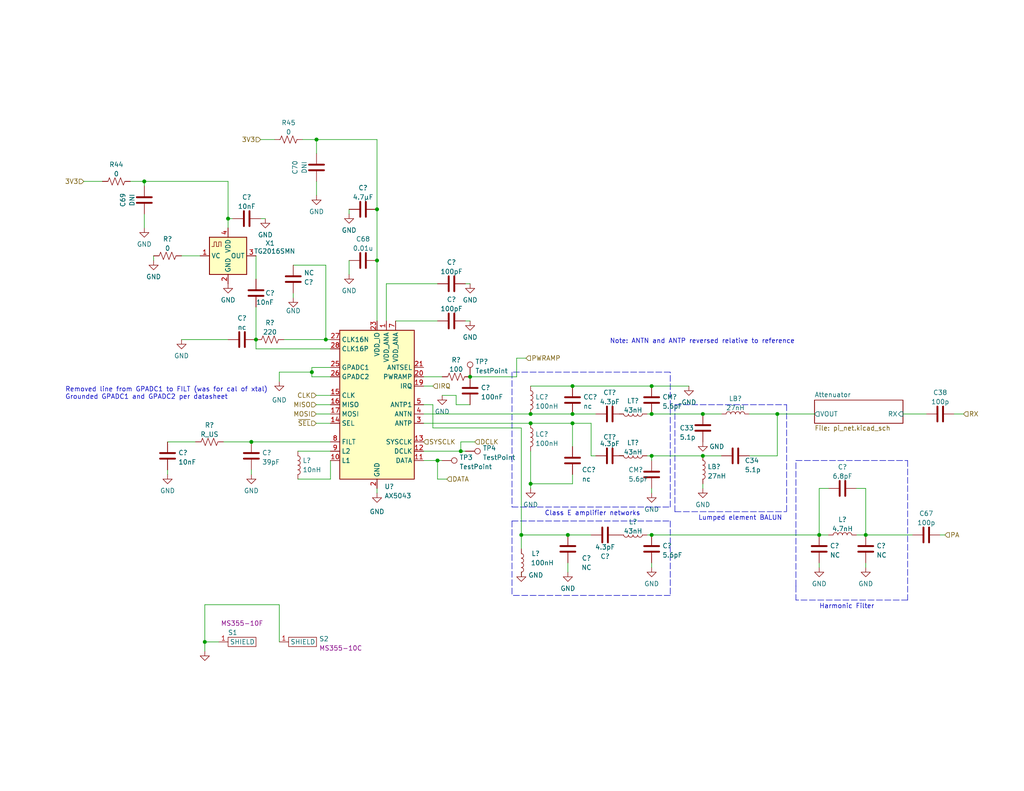
<source format=kicad_sch>
(kicad_sch (version 20211123) (generator eeschema)
  (paper "USLetter")
  (title_block (title "Clone of AX5043 433 MHz Dev Board") (date "2022-06-20") (company "SilverSat Ltd.") (comment 1 "ToDo: Replace test points with header connections"))
  (junction (at 156.21 105.41))
  (junction (at 128.27 102.87))
  (junction (at 102.87 71.12))
  (junction (at 177.8 105.41))
  (junction (at 144.78 115.57))
  (junction (at 212.09 113.03))
  (junction (at 144.78 113.03))
  (junction (at 86.36 38.1))
  (junction (at 236.22 146.05))
  (junction (at 156.21 113.03))
  (junction (at 177.8 124.46))
  (junction (at 39.37 49.53))
  (junction (at 144.78 132.08))
  (junction (at 55.88 175.26))
  (junction (at 177.8 146.05))
  (junction (at 191.77 113.03))
  (junction (at 69.85 92.71))
  (junction (at 177.8 113.03))
  (junction (at 68.58 120.65))
  (junction (at 102.87 57.15))
  (junction (at 156.21 115.57))
  (junction (at 85.09 101.6))
  (junction (at 88.9 92.71))
  (junction (at 119.38 125.73))
  (junction (at 191.77 124.46))
  (junction (at 62.23 59.69))
  (junction (at 223.52 146.05))
  (junction (at 154.94 146.05))
  (junction (at 142.24 146.05))
  (junction (at 125.73 123.19))
  (wire (pts (xy 176.53 124.46) (xy 177.8 124.46)))
  (wire (pts (xy 49.53 69.85) (xy 54.61 69.85)))
  (wire (pts (xy 86.36 49.53) (xy 86.36 53.34)))
  (wire (pts (xy 80.01 81.28) (xy 80.01 80.01)))
  (wire (pts (xy 223.52 154.94) (xy 223.52 153.67)))
  (wire (pts (xy 191.77 113.03) (xy 196.85 113.03)))
  (polyline (pts (xy 214.63 110.49) (xy 214.63 139.7)))
  (polyline (pts (xy 247.65 125.73) (xy 247.65 163.83)))
  (wire (pts (xy 71.12 38.1) (xy 74.93 38.1)))
  (wire (pts (xy 144.78 113.03) (xy 156.21 113.03)))
  (wire (pts (xy 45.72 120.65) (xy 53.34 120.65)))
  (wire (pts (xy 90.17 130.81) (xy 81.28 130.81)))
  (wire (pts (xy 60.96 120.65) (xy 68.58 120.65)))
  (polyline (pts (xy 217.17 160.02) (xy 217.17 163.83)))
  (wire (pts (xy 76.2 101.6) (xy 85.09 101.6)))
  (wire (pts (xy 236.22 146.05) (xy 236.22 133.35)))
  (polyline (pts (xy 182.88 162.56) (xy 139.7 162.56)))
  (wire (pts (xy 154.94 146.05) (xy 142.24 146.05)))
  (wire (pts (xy 88.9 72.39) (xy 88.9 92.71)))
  (wire (pts (xy 177.8 125.73) (xy 177.8 124.46)))
  (polyline (pts (xy 182.88 138.43) (xy 182.88 101.6)))
  (wire (pts (xy 176.53 146.05) (xy 177.8 146.05)))
  (wire (pts (xy 95.25 71.12) (xy 95.25 74.93)))
  (wire (pts (xy 204.47 113.03) (xy 212.09 113.03)))
  (wire (pts (xy 154.94 156.21) (xy 154.94 153.67)))
  (wire (pts (xy 118.11 116.84) (xy 142.24 116.84)))
  (wire (pts (xy 156.21 129.54) (xy 156.21 132.08)))
  (polyline (pts (xy 184.15 139.7) (xy 184.15 110.49)))
  (wire (pts (xy 62.23 59.69) (xy 63.5 59.69)))
  (wire (pts (xy 22.86 49.53) (xy 27.94 49.53)))
  (wire (pts (xy 115.57 102.87) (xy 120.65 102.87)))
  (wire (pts (xy 177.8 113.03) (xy 191.77 113.03)))
  (wire (pts (xy 62.23 59.69) (xy 62.23 62.23)))
  (polyline (pts (xy 184.15 139.7) (xy 214.63 139.7)))
  (wire (pts (xy 68.58 120.65) (xy 90.17 120.65)))
  (wire (pts (xy 161.29 115.57) (xy 161.29 124.46)))
  (wire (pts (xy 86.2886 115.57) (xy 90.17 115.57)))
  (wire (pts (xy 236.22 154.94) (xy 236.22 153.67)))
  (wire (pts (xy 128.27 110.49) (xy 124.46 110.49)))
  (wire (pts (xy 55.88 175.26) (xy 59.69 175.26)))
  (wire (pts (xy 115.57 113.03) (xy 144.78 113.03)))
  (wire (pts (xy 115.57 115.57) (xy 144.78 115.57)))
  (wire (pts (xy 86.36 38.1) (xy 86.36 41.91)))
  (wire (pts (xy 156.21 105.41) (xy 177.8 105.41)))
  (wire (pts (xy 86.2886 113.03) (xy 90.17 113.03)))
  (wire (pts (xy 55.88 165.1) (xy 55.88 175.26)))
  (wire (pts (xy 39.37 58.42) (xy 39.37 62.23)))
  (wire (pts (xy 177.8 146.05) (xy 223.52 146.05)))
  (wire (pts (xy 177.8 105.41) (xy 187.96 105.41)))
  (polyline (pts (xy 247.65 163.83) (xy 217.17 163.83)))
  (wire (pts (xy 143.51 97.79) (xy 140.97 97.79)))
  (wire (pts (xy 144.78 105.41) (xy 156.21 105.41)))
  (wire (pts (xy 212.09 124.46) (xy 204.47 124.46)))
  (wire (pts (xy 102.87 38.1) (xy 86.36 38.1)))
  (wire (pts (xy 102.87 134.62) (xy 102.87 133.35)))
  (wire (pts (xy 144.78 132.08) (xy 144.78 133.35)))
  (wire (pts (xy 144.78 115.57) (xy 156.21 115.57)))
  (wire (pts (xy 142.24 156.21) (xy 142.24 157.48)))
  (wire (pts (xy 72.39 59.69) (xy 71.12 59.69)))
  (wire (pts (xy 80.01 72.39) (xy 88.9 72.39)))
  (wire (pts (xy 168.91 124.46) (xy 170.18 124.46)))
  (wire (pts (xy 102.87 38.1) (xy 102.87 57.15)))
  (polyline (pts (xy 139.7 138.43) (xy 182.88 138.43)))
  (wire (pts (xy 124.46 110.49) (xy 124.46 107.95)))
  (wire (pts (xy 191.77 132.08) (xy 191.77 133.35)))
  (wire (pts (xy 77.47 92.71) (xy 88.9 92.71)))
  (wire (pts (xy 76.2 175.26) (xy 76.2 165.1)))
  (wire (pts (xy 121.92 130.81) (xy 119.38 130.81)))
  (wire (pts (xy 119.38 77.47) (xy 105.41 77.47)))
  (wire (pts (xy 102.87 71.12) (xy 102.87 87.63)))
  (wire (pts (xy 156.21 115.57) (xy 161.29 115.57)))
  (wire (pts (xy 85.09 101.6) (xy 85.09 102.87)))
  (wire (pts (xy 223.52 133.35) (xy 226.06 133.35)))
  (polyline (pts (xy 139.7 142.24) (xy 139.7 162.56)))
  (wire (pts (xy 144.78 123.19) (xy 144.78 132.08)))
  (wire (pts (xy 107.95 87.63) (xy 119.38 87.63)))
  (polyline (pts (xy 217.17 160.02) (xy 217.17 125.73)))
  (wire (pts (xy 246.38 113.03) (xy 252.73 113.03)))
  (wire (pts (xy 128.27 87.63) (xy 127 87.63)))
  (wire (pts (xy 142.24 116.84) (xy 142.24 146.05)))
  (wire (pts (xy 144.78 132.08) (xy 156.21 132.08)))
  (wire (pts (xy 95.25 58.42) (xy 95.25 57.15)))
  (wire (pts (xy 118.11 105.41) (xy 115.57 105.41)))
  (wire (pts (xy 226.06 146.05) (xy 223.52 146.05)))
  (wire (pts (xy 119.38 125.73) (xy 115.57 125.73)))
  (wire (pts (xy 76.2 104.14) (xy 76.2 101.6)))
  (wire (pts (xy 102.87 57.15) (xy 102.87 71.12)))
  (wire (pts (xy 177.8 134.62) (xy 177.8 133.35)))
  (wire (pts (xy 90.17 100.33) (xy 85.09 100.33)))
  (wire (pts (xy 69.85 95.25) (xy 90.17 95.25)))
  (wire (pts (xy 86.2886 110.49) (xy 90.17 110.49)))
  (wire (pts (xy 118.11 110.49) (xy 115.57 110.49)))
  (wire (pts (xy 142.24 149.86) (xy 142.24 146.05)))
  (wire (pts (xy 45.72 129.54) (xy 45.72 128.27)))
  (wire (pts (xy 120.65 125.73) (xy 119.38 125.73)))
  (wire (pts (xy 161.29 124.46) (xy 162.56 124.46)))
  (polyline (pts (xy 182.88 142.24) (xy 182.88 162.56)))
  (wire (pts (xy 212.09 113.03) (xy 222.25 113.03)))
  (wire (pts (xy 212.09 113.03) (xy 212.09 124.46)))
  (wire (pts (xy 105.41 77.47) (xy 105.41 87.63)))
  (polyline (pts (xy 139.7 101.6) (xy 139.7 138.43)))
  (wire (pts (xy 177.8 124.46) (xy 191.77 124.46)))
  (wire (pts (xy 88.9 92.71) (xy 90.17 92.71)))
  (wire (pts (xy 81.28 123.19) (xy 90.17 123.19)))
  (wire (pts (xy 118.11 116.84) (xy 118.11 110.49)))
  (wire (pts (xy 191.77 124.46) (xy 196.85 124.46)))
  (wire (pts (xy 140.97 102.87) (xy 128.27 102.87)))
  (wire (pts (xy 127 123.19) (xy 125.73 123.19)))
  (polyline (pts (xy 217.17 125.73) (xy 247.65 125.73)))
  (wire (pts (xy 119.38 130.81) (xy 119.38 125.73)))
  (polyline (pts (xy 184.15 110.49) (xy 214.63 110.49)))
  (wire (pts (xy 69.85 69.85) (xy 69.85 76.2)))
  (wire (pts (xy 62.23 49.53) (xy 62.23 59.69)))
  (wire (pts (xy 62.23 49.53) (xy 39.37 49.53)))
  (wire (pts (xy 41.91 71.12) (xy 41.91 69.85)))
  (wire (pts (xy 256.54 146.05) (xy 257.81 146.05)))
  (wire (pts (xy 129.54 120.65) (xy 125.73 120.65)))
  (wire (pts (xy 223.52 133.35) (xy 223.52 146.05)))
  (wire (pts (xy 39.37 50.8) (xy 39.37 49.53)))
  (wire (pts (xy 177.8 113.03) (xy 176.53 113.03)))
  (wire (pts (xy 156.21 113.03) (xy 162.56 113.03)))
  (wire (pts (xy 125.73 123.19) (xy 115.57 123.19)))
  (wire (pts (xy 236.22 146.05) (xy 233.68 146.05)))
  (wire (pts (xy 86.2886 107.95) (xy 90.17 107.95)))
  (wire (pts (xy 76.2 165.1) (xy 55.88 165.1)))
  (wire (pts (xy 85.09 102.87) (xy 90.17 102.87)))
  (wire (pts (xy 140.97 97.79) (xy 140.97 102.87)))
  (wire (pts (xy 49.53 92.71) (xy 62.23 92.71)))
  (wire (pts (xy 68.58 129.54) (xy 68.58 128.27)))
  (polyline (pts (xy 182.88 101.6) (xy 139.7 101.6)))
  (wire (pts (xy 69.85 92.71) (xy 69.85 95.25)))
  (wire (pts (xy 156.21 121.92) (xy 156.21 115.57)))
  (wire (pts (xy 154.94 146.05) (xy 161.29 146.05)))
  (wire (pts (xy 177.8 154.94) (xy 177.8 153.67)))
  (wire (pts (xy 168.91 113.03) (xy 170.18 113.03)))
  (wire (pts (xy 125.73 120.65) (xy 125.73 123.19)))
  (wire (pts (xy 39.37 49.53) (xy 35.56 49.53)))
  (wire (pts (xy 90.17 125.73) (xy 90.17 130.81)))
  (wire (pts (xy 55.88 177.8) (xy 55.88 175.26)))
  (wire (pts (xy 260.35 113.03) (xy 262.89 113.03)))
  (wire (pts (xy 128.27 77.47) (xy 127 77.47)))
  (wire (pts (xy 236.22 133.35) (xy 233.68 133.35)))
  (wire (pts (xy 124.46 107.95) (xy 120.65 107.95)))
  (wire (pts (xy 236.22 146.05) (xy 248.92 146.05)))
  (polyline (pts (xy 139.7 142.24) (xy 182.88 142.24)))
  (wire (pts (xy 85.09 100.33) (xy 85.09 101.6)))
  (wire (pts (xy 69.85 83.82) (xy 69.85 92.71)))
  (wire (pts (xy 86.36 38.1) (xy 82.55 38.1)))
  (text "Note: ANTN and ANTP reversed relative to reference\n" (at 166.37 93.98 0) (effects (font (size 1.27 1.27)) (justify left bottom)))
  (text "Removed line from GPADC1 to FILT (was for cal of xtal)\nGrounded GPADC1 and GPADC2 per datasheet" (at 17.78 109.22 0) (effects (font (size 1.27 1.27)) (justify left bottom)))
  (text "Harmonic Filter" (at 223.52 166.37 0) (effects (font (size 1.27 1.27)) (justify left bottom)))
  (text "Class E amplifier networks\n" (at 148.59 140.97 0) (effects (font (size 1.27 1.27)) (justify left bottom)))
  (text "Lumped element BALUN" (at 190.5 142.24 0) (effects (font (size 1.27 1.27)) (justify left bottom)))
  (hierarchical_label "CLK" (shape input) (at 86.2886 107.95 180))
  (hierarchical_label "3V3" (shape input) (at 71.12 38.1 180))
  (hierarchical_label "MOSI" (shape input) (at 86.2886 113.03 180))
  (hierarchical_label "IRQ" (shape input) (at 118.11 105.41 0))
  (hierarchical_label "MISO" (shape input) (at 86.2886 110.49 180))
  (hierarchical_label "DCLK" (shape input) (at 129.54 120.65 0))
  (hierarchical_label "PA" (shape input) (at 257.81 146.05 0))
  (hierarchical_label "3V3" (shape input) (at 22.86 49.53 180))
  (hierarchical_label "SYSCLK" (shape input) (at 115.57 120.65 0))
  (hierarchical_label "DATA" (shape input) (at 121.92 130.81 0))
  (hierarchical_label "RX" (shape input) (at 262.89 113.03 0))
  (hierarchical_label "PWRAMP" (shape input) (at 143.51 97.79 0))
  (hierarchical_label "~{SEL}" (shape input) (at 86.2886 115.57 180))
  (symbol (lib_id "Device:C") (at 236.22 149.86 0) (unit 1)
    (property "Reference" "C?" (at 239.141 149.0253 0) (effects (justify left)))
    (property "Value" "NC" (at 239.141 151.5622 0) (effects (justify left)))
    (property "Footprint" "Capacitor_SMD:C_0402_1005Metric" (effects hide))
  )
  (symbol (lib_id "power:GND") (at 102.87 134.62 0) (unit 1)
    (property "Reference" "#PWR?" (effects hide))
    (property "Value" "GND" (at 102.87 139.7 0))
  )
  (symbol (lib_id "Device:C") (at 123.19 77.47 90) (unit 1)
    (property "Reference" "C?" (at 123.19 71.6112 90))
    (property "Value" "100pF" (at 123.19 74.1481 90))
    (property "Footprint" "Capacitor_SMD:C_0603_1608Metric" (effects hide))
    (property "Datasheet" "${KIPRJMOD}/Datasheets/KyoceraAVX_AutoMLCC.pdf" (effects hide))
    (property "Description" "Multilayer Ceramic Capacitors MLCC - SMD/SMT 100V 100pF C0G 0603 1% AEC-Q200 (Mouser Product Page)" (effects hide))
    (property "Height" "0.9" (effects hide))
    (property "MPN" "06031A101F4T2A " (effects hide))
    (property "Manufacturer" "AVX" (effects hide))
    (property "Mouser Part Number" "581-06031A101F4T2A " (effects hide))
    (property "Mouser Price/Stock" "https://www.mouser.com/ProductDetail/Kyocera-AVX/06031A101F4T2A?qs=xLQ2B4dN2oYQ2lAiFQlq2w%3D%3D" (effects hide))
  )
  (symbol (lib_id "Device:C") (at 156.21 125.73 0) (unit 1)
    (property "Reference" "CC?" (at 158.75 128.27 0) (effects (justify left)))
    (property "Value" "nc" (at 158.75 130.81 0) (effects (justify left)))
    (property "Footprint" "Capacitor_SMD:C_0402_1005Metric" (effects hide))
  )
  (symbol (lib_id "Device:L") (at 229.87 146.05 90) (unit 1)
    (property "Reference" "L?" (at 229.87 141.8422 90))
    (property "Value" "4.7nH" (at 229.87 144.3791 90))
    (property "Footprint" "Inductor_SMD:L_0402_1005Metric" (effects hide))
    (property "Datasheet" "${KIPRJMOD}/Datasheets/0402dc-1669948.pdf" (effects hide))
    (property "Description" "AEC-Q200 Ceramic Inductor, Unshielded" (effects hide))
    (property "Height" "0.65" (effects hide))
    (property "MPN" "0402DC-4N7XGRW" (effects hide))
    (property "Manufacturer" "Coilcraft" (effects hide))
    (property "Manufacturer_Part_Number" "0402DC-4N7XGRW" (effects hide))
    (property "Mouser Part Number" "994-0402DC-4N7XGRW" (effects hide))
    (property "Mouser Price/Stock" "https://www.mouser.com/ProductDetail/Coilcraft/0402DC-4N7XGRW?qs=wnTfsH77Xs66A3ZheOdpJw%3D%3D" (effects hide))
    (property "Part_Number" "0402DC-4N7XGRW" (effects hide))
    (property "Manufacturer_Name" "Coilcraft" (effects hide))
  )
  (symbol (lib_id "Device:C") (at 39.37 54.61 180) (unit 1)
    (property "Reference" "C69" (at 33.5112 54.61 90))
    (property "Value" "DNI" (at 36.0481 54.61 90))
    (property "Footprint" "Capacitor_SMD:C_0402_1005Metric" (effects hide))
  )
  (symbol (lib_id "Device:C") (at 165.1 146.05 90) (mirror x) (unit 1)
    (property "Reference" "C?" (at 165.1 151.9088 90))
    (property "Value" "4.3pF" (at 165.1 149.3719 90))
    (property "Footprint" "Capacitor_SMD:C_0402_1005Metric" (effects hide))
    (property "Datasheet" "${KIPRJMOD}/Datasheets/KyoceraAVX_AutoMLCC.pdf" (effects hide))
    (property "Height" "0.6" (effects hide))
    (property "MPN" "04023A4R7B4T2A" (effects hide))
    (property "Manufacturer" "AVX" (effects hide))
    (property "Manufacturer_Name" "AVX" (effects hide))
    (property "Manufacturer_Part_Number" "04023A4R7B4T2A" (effects hide))
    (property "Mouser Part Number" "581-04023A4R7B4T2A" (effects hide))
    (property "Mouser Price/Stock" "https://www.mouser.com/c/?q=04023A4R7B4T2A" (effects hide))
    (property "Part_Number" "04023A4R7B4T2A" (effects hide))
    (property "Description" "0402 4.3pF MLCC" (effects hide))
  )
  (symbol (lib_id "Device:C") (at 166.37 113.03 90) (unit 1)
    (property "Reference" "CT?" (at 166.37 107.1712 90))
    (property "Value" "4.3pF" (at 166.37 109.7081 90))
    (property "Footprint" "Capacitor_SMD:C_0402_1005Metric" (effects hide))
    (property "Datasheet" "${KIPRJMOD}/Datasheets/KyoceraAVX_AutoMLCC.pdf" (effects hide))
    (property "Height" "0.6" (effects hide))
    (property "MPN" "04023A4R7B4T2A" (effects hide))
    (property "Manufacturer" "AVX" (effects hide))
    (property "Manufacturer_Name" "AVX" (effects hide))
    (property "Manufacturer_Part_Number" "04023A4R7B4T2A" (effects hide))
    (property "Mouser Part Number" "581-04023A4R7B4T2A" (effects hide))
    (property "Mouser Price/Stock" "https://www.mouser.com/c/?q=04023A4R7B4T2A" (effects hide))
    (property "Part_Number" "04023A4R7B4T2A" (effects hide))
    (property "Description" "0402 4.3pF MLCC" (effects hide))
  )
  (symbol (lib_id "Device:C") (at 99.06 57.15 90) (unit 1)
    (property "Reference" "C?" (at 99.06 51.2912 90))
    (property "Value" "4.7µF" (at 99.06 53.8281 90))
    (property "Footprint" "Capacitor_SMD:C_1210_3225Metric" (effects hide))
    (property "Datasheet" "${KIPRJMOD}/Datasheets/KyoceraAVX_AutoMLCC.pdf" (effects hide))
    (property "Description" "1206 4.7uF MLCC" (effects hide))
    (property "Height" "1.78" (effects hide))
    (property "MPN" "12065C475K4Z2A" (effects hide))
    (property "Manufacturer" "AVX" (effects hide))
    (property "Manufacturer_Name" "AVX" (effects hide))
    (property "Manufacturer_Part_Number" "12065C475K4Z2A" (effects hide))
    (property "Mouser Part Number" "581-12065C475K4Z2A" (effects hide))
    (property "Mouser Price/Stock" "https://www.mouser.com/ProductDetail/Kyocera-AVX/12065C475K4Z2A?qs=AQlKX63v8RvvrmQFAjsYkg%3D%3D" (effects hide))
    (property "Part_Number" "12065C475K4Z2A" (effects hide))
  )
  (symbol (lib_id "power:GND") (at 95.25 58.42 0) (unit 1)
    (property "Reference" "#PWR?" (effects hide))
    (property "Value" "GND" (at 95.25 62.8634 0))
  )
  (symbol (lib_id "power:GND") (at 128.27 87.63 0) (unit 1)
    (property "Reference" "#PWR?" (effects hide))
    (property "Value" "GND" (at 128.27 92.0734 0))
  )
  (symbol (lib_id "Device:L") (at 144.78 109.22 0) (unit 1)
    (property "Reference" "LC?" (at 146.05 108.3853 0) (effects (justify left)))
    (property "Value" "100nH" (at 146.05 110.9222 0) (effects (justify left)))
    (property "Footprint" "Inductor_SMD:L_0402_1005Metric" (effects hide))
    (property "Datasheet" "${KIPRJMOD}/Datasheets/0402dc-1669948.pdf" (effects hide))
    (property "Description" "AEC-Q200 Ceramic Inductor, Unshielded" (effects hide))
    (property "Manufacturer" "Coilcraft" (effects hide))
    (property "Height" "0.65" (effects hide))
    (property "MPN" "0402DC-R10XJRW" (effects hide))
    (property "Manufacturer_Part_Number" "0402DC-R10XJRW" (effects hide))
    (property "Mouser Part Number" "994-0402DC-R10XJRW" (effects hide))
    (property "Mouser Price/Stock" "https://www.mouser.com/ProductDetail/Coilcraft/0402DC-R10XJRW?qs=wnTfsH77Xs6mHLPbAeR6mA%3D%3D" (effects hide))
    (property "Part_Number" "0402DC-R10XJRW" (effects hide))
    (property "Manufacturer_Name" "Coilcraft" (effects hide))
  )
  (symbol (lib_id "Device:C") (at 154.94 149.86 0) (mirror x) (unit 1)
    (property "Reference" "C?" (at 160.02 152.4 0))
    (property "Value" "NC" (at 160.02 154.94 0))
    (property "Footprint" "Capacitor_SMD:C_0402_1005Metric" (effects hide))
  )
  (symbol (lib_id "power:GND") (at 95.25 74.93 0) (unit 1)
    (property "Reference" "#PWR026" (effects hide))
    (property "Value" "GND" (at 95.25 79.3734 0))
  )
  (symbol (lib_id "power:GND") (at 86.36 53.34 0) (unit 1)
    (property "Reference" "#PWR087" (effects hide))
    (property "Value" "GND" (at 86.36 57.7834 0))
  )
  (symbol (lib_id "Device:C") (at 256.54 113.03 90) (unit 1)
    (property "Reference" "C38" (at 256.54 107.1712 90))
    (property "Value" "100p" (at 256.54 109.7081 90))
    (property "Footprint" "Capacitor_SMD:C_0402_1005Metric" (effects hide))
    (property "Datasheet" "${KIPRJMOD}/Datasheets/KyoceraAVX_AutoMLCC.pdf" (effects hide))
    (property "Description" "0402 100pF MLCC" (effects hide))
    (property "Height" "0.59" (effects hide))
    (property "MPN" "04025A101K4T2A " (effects hide))
    (property "Manufacturer" "AVX" (effects hide))
    (property "Mouser Part Number" "581-04025A101K4T2A " (effects hide))
    (property "Mouser Price/Stock" "https://www.mouser.com/ProductDetail/Kyocera-AVX/04025A101K4T2A?qs=ljCeji4nMDk15kPHO8PnaQ%3D%3D" (effects hide))
  )
  (symbol (lib_id "power:GND") (at 128.27 77.47 0) (unit 1)
    (property "Reference" "#PWR?" (effects hide))
    (property "Value" "GND" (at 128.27 81.9134 0))
  )
  (symbol (lib_id "Device:C") (at 67.31 59.69 90) (unit 1)
    (property "Reference" "C?" (at 67.31 53.8312 90))
    (property "Value" "10nF" (at 67.31 56.3681 90))
    (property "Footprint" "Capacitor_SMD:C_0603_1608Metric" (effects hide))
    (property "Datasheet" "https://spicat.kyocera-avx.com/product/mlcc/chartview/06033C103J4Z2A/DataSheet/X7R" (effects hide))
    (property "Height" "0.9" (effects hide))
    (property "Manufacturer" "AVX" (effects hide))
    (property "Manufacturer_Name" "AVX" (effects hide))
    (property "Manufacturer_Part_Number" "06033C103J4Z2A" (effects hide))
    (property "Mouser Part Number" "581-06033C103J4Z2A" (effects hide))
    (property "Mouser Price/Stock" "https://www.mouser.com/ProductDetail/Kyocera-AVX/06033C103J4Z2A?qs=XLNwXgtzMM8W%2F92Bo5r3rg%3D%3D" (effects hide))
    (property "Part_Number" "06033C103J4Z2A" (effects hide))
    (property "Description" "1×10¹nF (0.01µF) ±5% X7R 25V C" (effects hide))
    (property "MPN" "06033C103J4Z2A" (effects hide))
  )
  (symbol (lib_id "Device:C") (at 128.27 106.68 0) (unit 1)
    (property "Reference" "C?" (at 131.191 105.8453 0) (effects (justify left)))
    (property "Value" "100nF" (at 131.191 108.3822 0) (effects (justify left)))
    (property "Footprint" "Capacitor_SMD:C_0603_1608Metric" (effects hide))
    (property "Datasheet" "${KIPRJMOD}/Datasheets/KyoceraAVX_AutoMLCC.pdf" (effects hide))
    (property "MPN" "06031C104K4Z2A" (effects hide))
    (property "Manufacturer" "AVX" (effects hide))
  )
  (symbol (lib_id "power:GND") (at 177.8 134.62 0) (unit 1)
    (property "Reference" "#PWR?" (effects hide))
    (property "Value" "GND" (at 177.8 139.0634 0))
  )
  (symbol (lib_id "Device:C") (at 66.04 92.71 90) (unit 1)
    (property "Reference" "C?" (at 66.04 86.8512 90))
    (property "Value" "nc" (at 66.04 89.3881 90))
    (property "Footprint" "Capacitor_SMD:C_0402_1005Metric" (effects hide))
  )
  (symbol (lib_id "power:GND") (at 154.94 156.21 0) (mirror y) (unit 1)
    (property "Reference" "#PWR?" (effects hide))
    (property "Value" "GND" (at 154.94 160.6534 0))
  )
  (symbol (lib_id "Device:R_US") (at 78.74 38.1 90) (unit 1)
    (property "Reference" "R45" (at 78.74 33.5112 90))
    (property "Value" "0" (at 78.74 36.0481 90))
    (property "Footprint" "Resistor_SMD:R_0402_1005Metric" (effects hide))
    (property "Datasheet" "ERJ-H2G0R00X" (effects hide))
    (property "Manufacturer" "Panasonic" (effects hide))
    (property "Manufacturer_Name" "Panasonic" (effects hide))
    (property "Description" "“Thick Film Resistors - SMD 0402 0Ohm AEC-Q200” (Mouser Electronics “ERJ-H2G0R00X”. 2022. https://www.mouser.com/ProductDetail/Panasonic/ERJ-H2G0R00X?qs=eP2BKZSCXI6wQjFmf3rUSA%3D%3D. Accessed 20 June 2022)" (effects hide))
    (property "Height" "0.35" (effects hide))
    (property "MPN" "ERJ-H2G0R00X" (effects hide))
    (property "Mouser Part Number" "667-ERJ-H2G0R00X" (effects hide))
    (property "Mouser Price/Stock" "https://www.mouser.com/ProductDetail/Panasonic/ERJ-H2G0R00X?qs=eP2BKZSCXI6wQjFmf3rUSA%3D%3D" (effects hide))
  )
  (symbol (lib_id "power:GND") (at 76.2 104.14 0) (unit 1)
    (property "Reference" "#PWR049" (effects hide))
    (property "Value" "GND" (at 76.2 109.22 0))
  )
  (symbol (lib_id "Device:L") (at 200.66 113.03 90) (unit 1)
    (property "Reference" "LB?" (at 200.66 108.8222 90))
    (property "Value" "27nH" (at 200.66 111.3591 90))
    (property "Footprint" "Inductor_SMD:L_0402_1005Metric" (effects hide))
    (property "Datasheet" "${KIPRJMOD}/Datasheets/0402dc-1669948.pdf" (effects hide))
    (property "Description" "AEC-Q200 Ceramic Inductor, Unshielded" (effects hide))
    (property "Manufacturer" "Coilcraft" (effects hide))
    (property "Height" "0.65" (effects hide))
    (property "MPN" "0402DC-27NXGRW" (effects hide))
    (property "Manufacturer_Part_Number" "0402DC-27NXGRW" (effects hide))
    (property "Mouser Part Number" "994-0402DC-27NXGRW" (effects hide))
    (property "Mouser Price/Stock" "https://www.mouser.com/ProductDetail/Coilcraft/0402DC-27NXGRW?qs=wnTfsH77Xs5T9zdEtpuFtQ%3D%3D" (effects hide))
    (property "Part_Number" "0402DC-27NXGRW" (effects hide))
    (property "Manufacturer_Name" "Coilcraft" (effects hide))
  )
  (symbol (lib_id "Device:C") (at 177.8 129.54 0) (unit 1)
    (property "Reference" "CM?" (at 171.45 128.2731 0) (effects (justify left)))
    (property "Value" "5.6pF" (at 171.45 130.81 0) (effects (justify left)))
    (property "Footprint" "Capacitor_SMD:C_0402_1005Metric" (effects hide))
    (property "Datasheet" "https://www.mouser.com/datasheet/2/40/AutoU_Series-777072.pdf" (effects hide))
    (property "Description" "0402 5.6pF MLCC" (effects hide))
    (property "Height" "0.6" (effects hide))
    (property "MPN" "04025U5R6B4T2A" (effects hide))
    (property "Manufacturer" "AVX" (effects hide))
    (property "Manufacturer_Name" "AVX" (effects hide))
    (property "Manufacturer_Part_Number" "04025U5R6B4T2A" (effects hide))
    (property "Mouser Part Number" "581-04025U5R6B4T2A" (effects hide))
    (property "Mouser Price/Stock" "https://www.mouser.com/ProductDetail/Kyocera-AVX/04025U5R6B4T2A?qs=FWJVCb1SvGPWkU%252BzPw1lTA%3D%3D" (effects hide))
    (property "Part_Number" "04025U5R6B4T2A" (effects hide))
  )
  (symbol (lib_id "SilverSat_symbols:TG2016SMN") (at 62.23 69.85 0) (unit 1)
    (property "Reference" "X1" (at 73.6849 66.3916 0))
    (property "Value" "TG2016SMN" (at 74.93 68.58 0))
    (property "Footprint" "Crystal:Crystal_SMD_2016-4Pin_2.0x1.6mm" (effects hide))
    (property "Datasheet" "${KIPRJMOD}/Datasheets/TG2016SMN_en-2584166.pdf" (effects hide))
    (property "Description" "48 MHz Automotive Rated TCXO" (effects hide))
    (property "Height" "0.73" (effects hide))
    (property "MPN" "TG2016SMN 48.0000M-ECGNNM0" (effects hide))
    (property "Manufacturer" "Seiko Epson Corporation" (effects hide))
    (property "Manufacturer_Name" "Seiko Epson Corporation" (effects hide))
    (property "Manufacturer_Part_Number" "TG2016SMN 48.0000M-ECGNNM0" (effects hide))
    (property "Mouser_Part_Number" "732-2016SMN48ECGNNM0" (effects hide))
    (property "Mouser Price/Stock" "https://www.mouser.com/ProductDetail/Epson-Timing/TG2016SMN-48.0000M-ECGNNM0?qs=4qgZ1GHix0VObPtGKCgbDg%3D%3D" (effects hide))
    (property "Part_Number" "TG2016SMN" (effects hide))
  )
  (symbol (lib_id "power:GND") (at 39.37 62.23 0) (unit 1)
    (property "Reference" "#PWR039" (effects hide))
    (property "Value" "GND" (at 39.37 66.6734 0))
  )
  (symbol (lib_id "Device:C") (at 99.06 71.12 90) (unit 1)
    (property "Reference" "C68" (at 99.06 65.2612 90))
    (property "Value" "0.01u" (at 99.06 67.7981 90))
    (property "Footprint" "Capacitor_SMD:C_0603_1608Metric" (effects hide))
    (property "Datasheet" "https://spicat.kyocera-avx.com/product/mlcc/chartview/06033C103J4Z2A/DataSheet/X7R" (effects hide))
    (property "Height" "0.9" (effects hide))
    (property "Manufacturer" "AVX" (effects hide))
    (property "Manufacturer_Name" "AVX" (effects hide))
    (property "Manufacturer_Part_Number" "06033C103J4Z2A" (effects hide))
    (property "Mouser Part Number" "581-06033C103J4Z2A" (effects hide))
    (property "Mouser Price/Stock" "https://www.mouser.com/ProductDetail/Kyocera-AVX/06033C103J4Z2A?qs=XLNwXgtzMM8W%2F92Bo5r3rg%3D%3D" (effects hide))
    (property "Part_Number" "06033C103J4Z2A" (effects hide))
    (property "Description" "1×10¹nF (0.01µF) ±5% X7R 25V C" (effects hide))
    (property "MPN" "06033C103J4Z2A" (effects hide))
  )
  (symbol (lib_id "power:GND") (at 120.65 107.95 0) (unit 1)
    (property "Reference" "#PWR?" (effects hide))
    (property "Value" "GND" (at 120.65 112.3934 0))
  )
  (symbol (lib_id "Connector:TestPoint") (at 128.27 102.87 0) (unit 1)
    (property "Reference" "TP?" (at 129.667 98.7333 0) (effects (justify left)))
    (property "Value" "TestPoint" (at 129.667 101.2702 0) (effects (justify left)))
    (property "Footprint" "TestPoint:TestPoint_Pad_D1.0mm" (effects hide))
  )
  (symbol (lib_id "Connector:TestPoint") (at 127 123.19 270) (unit 1)
    (property "Reference" "TP4" (at 131.699 122.3553 90) (effects (justify left)))
    (property "Value" "TestPoint" (at 131.699 124.8922 90) (effects (justify left)))
    (property "Footprint" "TestPoint:TestPoint_Pad_D1.0mm" (effects hide))
  )
  (symbol (lib_id "power:GND") (at 187.96 105.41 0) (mirror y) (unit 1)
    (property "Reference" "#PWR?" (effects hide))
    (property "Value" "GND" (at 187.96 109.8534 0))
  )
  (symbol (lib_id "Silversat:MS353-10C_Masach_Shield") (at 59.69 175.26 0) (unit 1)
    (property "Reference" "S1" (at 63.5 172.72 0))
    (property "Value" "MS353-10C_Masach_Shield" (effects hide))
    (property "Footprint" "kicad_library:MS355-10_Masach_Shield" (effects hide))
    (property "Datasheet" "https://www.masach.com/media/catalog/product/file/MS355-10.pdf" (effects hide))
    (property "MPN" "MS355-10F" (at 66.04 170.18 0))
    (property "Manufacturer" "Masach" (effects hide))
  )
  (symbol (lib_id "power:GND") (at 41.91 71.12 0) (unit 1)
    (property "Reference" "#PWR?" (effects hide))
    (property "Value" "GND" (at 41.91 75.5634 0))
  )
  (symbol (lib_id "Device:C") (at 191.77 116.84 0) (unit 1)
    (property "Reference" "C33" (at 185.42 116.8431 0) (effects (justify left)))
    (property "Value" "5.1p" (at 185.42 119.38 0) (effects (justify left)))
    (property "Footprint" "Capacitor_SMD:C_0402_1005Metric" (effects hide))
    (property "Datasheet" "https://www.mouser.com/datasheet/2/281/GCQ1555C1H5R1WB01_01-1969870.pdf" (effects hide))
    (property "Description" "0402 5.1pF MLCC" (effects hide))
    (property "Height" "0.5" (effects hide))
    (property "MPN" "GCQ1555C1H5R1WB01D" (effects hide))
    (property "Manufacturer" "Murata" (effects hide))
    (property "Manufacturer_Name" "Murata" (effects hide))
    (property "Manufacturer_Part_Number" "GCQ1555C1H5R1WB01D" (effects hide))
    (property "Mouser Part Number" "81-GCQ1555C1H5R1WB01D" (effects hide))
    (property "Mouser Price/Stock" "https://www.mouser.com/ProductDetail/Murata-Electronics/GCQ1555C1H5R1WB01D?qs=sGAEpiMZZMvsSlwiRhF8qtsBU8Zhqm2Rh20zBV%252Bxh0YeCG7clqrA%252BQ%3D%3D" (effects hide))
    (property "Part_Number" "GCQ1555C1H5R1WB01D" (effects hide))
  )
  (symbol (lib_id "Device:C") (at 156.21 109.22 0) (unit 1)
    (property "Reference" "CC?" (at 159.131 108.3853 0) (effects (justify left)))
    (property "Value" "nc" (at 159.131 110.9222 0) (effects (justify left)))
    (property "Footprint" "Capacitor_SMD:C_0402_1005Metric" (effects hide))
  )
  (symbol (lib_id "power:GND") (at 142.24 156.21 0) (mirror y) (unit 1)
    (property "Reference" "#PWR?" (effects hide))
    (property "Value" "GND" (at 144.145 157.0462 0) (effects (justify right)))
  )
  (symbol (lib_id "power:GND") (at 55.88 177.8 0) (unit 1)
    (property "Reference" "#PWR0112" (effects hide))
    (property "Value" "GND" (effects hide))
  )
  (symbol (lib_id "power:GND") (at 191.77 120.65 0) (mirror y) (unit 1)
    (property "Reference" "#PWR063" (effects hide))
    (property "Value" "GND" (at 195.58 121.92 0))
  )
  (symbol (lib_id "Device:L") (at 172.72 124.46 90) (mirror x) (unit 1)
    (property "Reference" "LT?" (at 172.72 120.8872 90))
    (property "Value" "43nH" (at 172.72 123.4241 90))
    (property "Footprint" "Inductor_SMD:L_0402_1005Metric" (effects hide))
    (property "Datasheet" "${KIPRJMOD}/Datasheets/0402dc-1669948.pdf" (effects hide))
    (property "Description" "AEC-Q200 Ceramic Inductor, Unshielded" (effects hide))
    (property "Height" "0.65" (effects hide))
    (property "MPN" "0402DC-43NXGRW" (effects hide))
    (property "Manufacturer" "Coilcraft" (effects hide))
    (property "Manufacturer_Part_Number" "0402DC-43NXGRW" (effects hide))
    (property "Mouser Part Number" "994-0402DC-43NXGRW" (effects hide))
    (property "Mouser Price/Stock" "https://www.mouser.com/ProductDetail/Coilcraft/0402DC-43NXGRW?qs=wnTfsH77Xs7M75vWDYiAOQ%3D%3D" (effects hide))
    (property "Part_Number" "0402DC-43NXGRW" (effects hide))
    (property "Manufacturer_Name" "Coilcraft" (effects hide))
  )
  (symbol (lib_id "Device:C") (at 86.36 45.72 180) (unit 1)
    (property "Reference" "C70" (at 80.5012 45.72 90))
    (property "Value" "DNI" (at 83.0381 45.72 90))
    (property "Footprint" "Capacitor_SMD:C_0402_1005Metric" (effects hide))
  )
  (symbol (lib_id "power:GND") (at 80.01 81.28 0) (mirror y) (unit 1)
    (property "Reference" "#PWR?" (effects hide))
    (property "Value" "GND" (at 80.01 84.8558 0))
  )
  (symbol (lib_id "Device:R_US") (at 124.46 102.87 90) (unit 1)
    (property "Reference" "R?" (at 124.46 98.2812 90))
    (property "Value" "100" (at 124.46 100.8181 90))
    (property "Footprint" "Resistor_SMD:R_0603_1608Metric" (effects hide))
    (property "Datasheet" "https://industrial.panasonic.com/cdbs/www-data/pdf/RDA0000/AOA0000C304.pdf" (effects hide))
    (property "Manufacturer" "Panasonic" (effects hide))
    (property "Description" "100Ω 0603 AEC Resistor" (effects hide))
    (property "MPN" "ERJ-H3ED1000V" (effects hide))
    (property "Manufacturer_Part_Number" "ERJ-H3ED1000V" (effects hide))
    (property "Mouser Part Number" "667-ERJ-H3ED1000V" (effects hide))
    (property "Mouser Price/Stock" "https://www.mouser.com/ProductDetail/Panasonic/ERJ-H3ED1000V?qs=eP2BKZSCXI5T0uC4b1bbuA%3D%3D" (effects hide))
    (property "Part_Number" "ERJ-H3ED1000V" (effects hide))
    (property "Height" "0.45" (effects hide))
    (property "Manufacturer_Name" "Panasonic" (effects hide))
  )
  (symbol (lib_id "power:GND") (at 191.77 133.35 0) (mirror y) (unit 1)
    (property "Reference" "#PWR064" (effects hide))
    (property "Value" "GND" (at 191.77 137.7934 0))
  )
  (symbol (lib_id "Device:R_US") (at 31.75 49.53 90) (unit 1)
    (property "Reference" "R44" (at 31.75 44.9412 90))
    (property "Value" "0" (at 31.75 47.4781 90))
    (property "Footprint" "Resistor_SMD:R_0402_1005Metric" (effects hide))
    (property "Datasheet" "ERJ-H2G0R00X" (effects hide))
    (property "Manufacturer" "Panasonic" (effects hide))
    (property "Manufacturer_Name" "Panasonic" (effects hide))
    (property "Description" "“Thick Film Resistors - SMD 0402 0Ohm AEC-Q200” (Mouser Electronics “ERJ-H2G0R00X”. 2022. https://www.mouser.com/ProductDetail/Panasonic/ERJ-H2G0R00X?qs=eP2BKZSCXI6wQjFmf3rUSA%3D%3D. Accessed 20 June 2022)" (effects hide))
    (property "Height" "0.35" (effects hide))
    (property "MPN" "ERJ-H2G0R00X" (effects hide))
    (property "Mouser Part Number" "667-ERJ-H2G0R00X" (effects hide))
    (property "Mouser Price/Stock" "https://www.mouser.com/ProductDetail/Panasonic/ERJ-H2G0R00X?qs=eP2BKZSCXI6wQjFmf3rUSA%3D%3D" (effects hide))
  )
  (symbol (lib_id "Device:C") (at 123.19 87.63 90) (unit 1)
    (property "Reference" "C?" (at 123.19 81.7712 90))
    (property "Value" "100pF" (at 123.19 84.3081 90))
    (property "Footprint" "Capacitor_SMD:C_0603_1608Metric" (effects hide))
    (property "Datasheet" "${KIPRJMOD}/Datasheets/KyoceraAVX_AutoMLCC.pdf" (effects hide))
    (property "Description" "Multilayer Ceramic Capacitors MLCC - SMD/SMT 100V 100pF C0G 0603 1% AEC-Q200 (Mouser Product Page)" (effects hide))
    (property "Height" "0.9" (effects hide))
    (property "MPN" "06031A101F4T2A " (effects hide))
    (property "Manufacturer" "AVX" (effects hide))
    (property "Manufacturer_Name" "AVX" (effects hide))
    (property "Manufacturer_Part_Number" "06031A101F4T2A" (effects hide))
    (property "Mouser Part Number" "581-06031A101F4T2A " (effects hide))
    (property "Mouser Price/Stock" "https://www.mouser.com/ProductDetail/Kyocera-AVX/06031A101F4T2A?qs=xLQ2B4dN2oYQ2lAiFQlq2w%3D%3D" (effects hide))
    (property "Part_Number" "06031A101F4T2A" (effects hide))
  )
  (symbol (lib_id "Device:L") (at 144.78 119.38 0) (unit 1)
    (property "Reference" "LC?" (at 146.05 118.5453 0) (effects (justify left)))
    (property "Value" "100nH" (at 146.05 121.0822 0) (effects (justify left)))
    (property "Footprint" "Inductor_SMD:L_0402_1005Metric" (effects hide))
    (property "Datasheet" "${KIPRJMOD}/Datasheets/0402dc-1669948.pdf" (effects hide))
    (property "Description" "AEC-Q200 Ceramic Inductor, Unshielded" (effects hide))
    (property "Manufacturer" "Coilcraft" (effects hide))
    (property "Height" "0.65" (effects hide))
    (property "MPN" "0402DC-R10XJRW" (effects hide))
    (property "Manufacturer_Part_Number" "0402DC-R10XJRW" (effects hide))
    (property "Mouser Part Number" "994-0402DC-R10XJRW" (effects hide))
    (property "Mouser Price/Stock" "https://www.mouser.com/ProductDetail/Coilcraft/0402DC-R10XJRW?qs=wnTfsH77Xs6mHLPbAeR6mA%3D%3D" (effects hide))
    (property "Part_Number" "0402DC-R10XJRW" (effects hide))
    (property "Manufacturer_Name" "Coilcraft" (effects hide))
  )
  (symbol (lib_id "power:GND") (at 144.78 133.35 0) (unit 1)
    (property "Reference" "#PWR?" (effects hide))
    (property "Value" "GND" (at 144.78 137.7934 0))
  )
  (symbol (lib_id "Device:C") (at 68.58 124.46 0) (unit 1)
    (property "Reference" "C?" (at 71.501 123.6253 0) (effects (justify left)))
    (property "Value" "39pF" (at 71.501 126.1622 0) (effects (justify left)))
    (property "Footprint" "Capacitor_SMD:C_0603_1608Metric" (effects hide))
    (property "Datasheet" "${KIPRJMOD}/Datasheets/KyoceraAVX_AutoMLCC.pdf" (effects hide))
    (property "Description" "0.5pF±5% MLCC C0G 50V" (effects hide))
    (property "Height" "0.9" (effects hide))
    (property "MPN" "06035A390J4T2A" (effects hide))
    (property "Manufacturer" "AVX" (effects hide))
    (property "Manufacturer_Name" "AVX" (effects hide))
    (property "Manufacturer_Part_Number" "06035A390J4T2A" (effects hide))
    (property "Mouser Part Number" "581-06035A390J4T2A" (effects hide))
    (property "Mouser Price/Stock" "https://www.mouser.com/ProductDetail/Kyocera-AVX/06035A390J4T2A?qs=Q0wCMCRSJ1tE5NmRvt3L5Q%3D%3D" (effects hide))
    (property "Part_Number" "06035A390J4T2A" (effects hide))
  )
  (symbol (lib_id "Device:L") (at 81.28 127 0) (unit 1)
    (property "Reference" "L?" (at 82.55 125.7299 0) (effects (justify left)))
    (property "Value" "10nH" (at 82.55 128.2699 0) (effects (justify left)))
    (property "Footprint" "Inductor_SMD:L_0603_1608Metric" (effects hide))
    (property "Datasheet" "${KIPRJMOD}/Datasheets/0603dc-1947971.pdf" (effects hide))
    (property "Description" "AEC-Q200 Ceramic Inductor, Unshielded" (effects hide))
    (property "Height" "0.89" (effects hide))
    (property "MPN" "0603DC-10NXJRW" (effects hide))
    (property "Manufacturer" "Coilcraft" (effects hide))
    (property "Manufacturer_Part_Number" "0603DC-10NXJRW" (effects hide))
    (property "Mouser Part Number" "994-0603DC-10NXJRW" (effects hide))
    (property "Mouser Price/Stock" "https://www.mouser.com/ProductDetail/Coilcraft/0603DC-10NXJRW?qs=KUoIvG%2F9Ilab%2FFG3BHYfNQ%3D%3D" (effects hide))
    (property "Part_Number" "0603DC-10NXJRW" (effects hide))
    (property "Manufacturer_Name" "Coilcraft" (effects hide))
  )
  (symbol (lib_id "power:GND") (at 62.23 77.47 0) (unit 1)
    (property "Reference" "#PWR?" (effects hide))
    (property "Value" "GND" (at 62.23 81.9134 0))
  )
  (symbol (lib_id "Device:R_US") (at 57.15 120.65 90) (unit 1)
    (property "Reference" "R?" (at 57.15 116.0612 90))
    (property "Value" "R_US" (at 57.15 118.5981 90))
    (property "Footprint" "Resistor_SMD:R_0603_1608Metric" (effects hide))
    (property "Datasheet" "https://industrial.panasonic.com/cdbs/www-data/pdf/RDA0000/AOA0000C304.pdf" (effects hide))
    (property "Manufacturer" "Panasonic" (effects hide))
    (property "Description" "12KΩ 0603 AEC Resistor" (effects hide))
    (property "Height" "0.45" (effects hide))
    (property "MPN" "100Ω 0603 AEC Resistor" (effects hide))
    (property "Manufacturer_Part_Number" "ERJ-PB3B1202V " (effects hide))
    (property "Mouser Part Number" "667-ERJ-PB3B1202V " (effects hide))
    (property "Mouser Price/Stock" "https://www.mouser.com/ProductDetail/Panasonic/ERJ-PB3B1202V?qs=RYIBGgAklzJNGdI2mgDX0g%3D%3D" (effects hide))
    (property "Part_Number" "ERJ-PB3B1202V " (effects hide))
    (property "Manufacturer_Name" "Panasonic" (effects hide))
  )
  (symbol (lib_id "Device:L") (at 191.77 128.27 0) (unit 1)
    (property "Reference" "LB?" (at 193.04 127.4353 0) (effects (justify left)))
    (property "Value" "27nH" (at 193.04 129.9722 0) (effects (justify left)))
    (property "Footprint" "Inductor_SMD:L_0402_1005Metric" (effects hide))
    (property "Datasheet" "${KIPRJMOD}/Datasheets/0402dc-1669948.pdf" (effects hide))
    (property "Description" "AEC-Q200 Ceramic Inductor, Unshielded" (effects hide))
    (property "Manufacturer" "Coilcraft" (effects hide))
    (property "Height" "0.65" (effects hide))
    (property "MPN" "0402DC-27NXGRW" (effects hide))
    (property "Manufacturer_Part_Number" "0402DC-27NXGRW" (effects hide))
    (property "Mouser Part Number" "994-0402DC-27NXGRW" (effects hide))
    (property "Mouser Price/Stock" "https://www.mouser.com/ProductDetail/Coilcraft/0402DC-27NXGRW?qs=wnTfsH77Xs5T9zdEtpuFtQ%3D%3D" (effects hide))
    (property "Part_Number" "0402DC-27NXGRW" (effects hide))
    (property "Manufacturer_Name" "Coilcraft" (effects hide))
  )
  (symbol (lib_id "Device:C") (at 80.01 76.2 0) (mirror x) (unit 1)
    (property "Reference" "C?" (at 82.931 77.0347 0) (effects (justify left)))
    (property "Value" "NC" (at 82.931 74.4978 0) (effects (justify left)))
    (property "Footprint" "Capacitor_SMD:C_0603_1608Metric" (effects hide))
    (property "Datasheet" "https://spicat.kyocera-avx.com/product/mlcc/chartview/06033C103J4Z2A/DataSheet/X7R" (effects hide))
    (property "MPN" "06033C103J4Z2A" (effects hide))
    (property "Manufacturer" "AVX" (effects hide))
    (property "Part_Number" "06033C103J4Z2A" (effects hide))
  )
  (symbol (lib_id "Device:C") (at 69.85 80.01 0) (unit 1)
    (property "Reference" "C?" (at 72.39 80.01 0) (effects (justify left)))
    (property "Value" "10nF" (at 69.85 82.55 0) (effects (justify left)))
    (property "Footprint" "Capacitor_SMD:C_0603_1608Metric" (effects hide))
    (property "Datasheet" "https://spicat.kyocera-avx.com/product/mlcc/chartview/06033C103J4Z2A/DataSheet/X7R" (effects hide))
    (property "Height" "0.9" (effects hide))
    (property "Manufacturer" "AVX" (effects hide))
    (property "Manufacturer_Name" "AVX" (effects hide))
    (property "Manufacturer_Part_Number" "06033C103J4Z2A" (effects hide))
    (property "Mouser Part Number" "581-06033C103J4Z2A" (effects hide))
    (property "Mouser Price/Stock" "https://www.mouser.com/ProductDetail/Kyocera-AVX/06033C103J4Z2A?qs=XLNwXgtzMM8W%2F92Bo5r3rg%3D%3D" (effects hide))
    (property "Part_Number" "06033C103J4Z2A" (effects hide))
    (property "Description" "1×10¹nF (0.01µF) ±5% X7R 25V C" (effects hide))
    (property "MPN" "06033C103J4Z2A" (effects hide))
  )
  (symbol (lib_id "Device:R_US") (at 45.72 69.85 90) (unit 1)
    (property "Reference" "R?" (at 45.72 65.2612 90))
    (property "Value" "0" (at 45.72 67.7981 90))
    (property "Footprint" "Resistor_SMD:R_0402_1005Metric" (effects hide))
    (property "Datasheet" "ERJ-H2G0R00X" (effects hide))
    (property "Manufacturer" "Panasonic" (effects hide))
    (property "Manufacturer_Name" "Panasonic" (effects hide))
    (property "Description" "“Thick Film Resistors - SMD 0402 0Ohm AEC-Q200” (Mouser Electronics “ERJ-H2G0R00X”. 2022. https://www.mouser.com/ProductDetail/Panasonic/ERJ-H2G0R00X?qs=eP2BKZSCXI6wQjFmf3rUSA%3D%3D. Accessed 20 June 2022)" (effects hide))
    (property "Height" "0.35" (effects hide))
    (property "MPN" "ERJ-H2G0R00X" (effects hide))
    (property "Mouser Part Number" "667-ERJ-H2G0R00X" (effects hide))
    (property "Mouser Price/Stock" "https://www.mouser.com/ProductDetail/Panasonic/ERJ-H2G0R00X?qs=eP2BKZSCXI6wQjFmf3rUSA%3D%3D" (effects hide))
  )
  (symbol (lib_id "Device:C") (at 45.72 124.46 0) (unit 1)
    (property "Reference" "C?" (at 48.641 123.6253 0) (effects (justify left)))
    (property "Value" "10nF" (at 48.641 126.1622 0) (effects (justify left)))
    (property "Footprint" "Capacitor_SMD:C_0603_1608Metric" (effects hide))
    (property "Datasheet" "https://spicat.kyocera-avx.com/product/mlcc/chartview/06033C103J4Z2A/DataSheet/X7R" (effects hide))
    (property "Height" "0.9" (effects hide))
    (property "Manufacturer" "AVX" (effects hide))
    (property "Manufacturer_Name" "AVX" (effects hide))
    (property "Manufacturer_Part_Number" "06033C103J4Z2A" (effects hide))
    (property "Mouser Part Number" "581-06033C103J4Z2A" (effects hide))
    (property "Mouser Price/Stock" "https://www.mouser.com/ProductDetail/Kyocera-AVX/06033C103J4Z2A?qs=XLNwXgtzMM8W%2F92Bo5r3rg%3D%3D" (effects hide))
    (property "Part_Number" "06033C103J4Z2A" (effects hide))
    (property "Description" "1×10¹nF (0.01µF) ±5% X7R 25V C" (effects hide))
    (property "MPN" "06033C103J4Z2A" (effects hide))
  )
  (symbol (lib_id "power:GND") (at 223.52 154.94 0) (unit 1)
    (property "Reference" "#PWR?" (effects hide))
    (property "Value" "GND" (at 223.52 159.3834 0))
  )
  (symbol (lib_id "Device:L") (at 172.72 113.03 90) (mirror x) (unit 1)
    (property "Reference" "LT?" (at 172.72 109.4572 90))
    (property "Value" "43nH" (at 172.72 111.9941 90))
    (property "Footprint" "Inductor_SMD:L_0402_1005Metric" (effects hide))
    (property "Datasheet" "${KIPRJMOD}/Datasheets/0402dc-1669948.pdf" (effects hide))
    (property "Description" "AEC-Q200 Ceramic Inductor, Unshielded" (effects hide))
    (property "Height" "0.65" (effects hide))
    (property "MPN" "0402DC-43NXGRW" (effects hide))
    (property "Manufacturer" "Coilcraft" (effects hide))
    (property "Manufacturer_Part_Number" "0402DC-43NXGRW" (effects hide))
    (property "Mouser Part Number" "994-0402DC-43NXGRW" (effects hide))
    (property "Mouser Price/Stock" "https://www.mouser.com/ProductDetail/Coilcraft/0402DC-43NXGRW?qs=wnTfsH77Xs7M75vWDYiAOQ%3D%3D" (effects hide))
    (property "Part_Number" "0402DC-43NXGRW" (effects hide))
    (property "Manufacturer_Name" "Coilcraft" (effects hide))
  )
  (symbol (lib_id "power:GND") (at 49.53 92.71 0) (unit 1)
    (property "Reference" "#PWR?" (effects hide))
    (property "Value" "GND" (at 49.53 97.1534 0))
  )
  (symbol (lib_id "RF:AX5043") (at 102.87 110.49 0) (unit 1)
    (property "Reference" "U?" (at 104.8894 132.8404 0) (effects (justify left)))
    (property "Value" "AX5043" (at 104.8894 135.3773 0) (effects (justify left)))
    (property "Footprint" "Package_DFN_QFN:QFN-28-1EP_5x5mm_P0.5mm_EP3.35x3.35mm" (effects hide))
    (property "Datasheet" "https://www.onsemi.com/pub/Collateral/AX5043-D.PDF" (effects hide))
    (property "Manufacturer" "OnSemi" (effects hide))
    (property "Manufacturer_Part_Number" "AX5043" (effects hide))
    (property "Mouser Part Number" "863-AX5043-1-TW30" (effects hide))
    (property "Mouser Price/Stock" "https://www.mouser.com/ProductDetail/onsemi/AX5043-1-TW30?qs=tCMd4XlZ%2FiDzWY59D3AFrQ%3D%3D" (effects hide))
    (property "Part_Number" "AX5043" (effects hide))
  )
  (symbol (lib_id "SilverSat_symbols:MS353-10C_Masach_Shield_Cover") (at 76.2 175.26 0) (unit 1) (on_board no)
    (property "Reference" "S2" (at 87.0712 174.4253 0) (effects (justify left)))
    (property "Value" "MS353-10C_Masach_Shield_Cover" (effects hide))
    (property "Datasheet" "https://www.masach.com/media/catalog/product/file/MS355-10.pdf" (effects hide))
    (property "MPN" "MS355-10C" (at 87.0712 176.9622 0) (effects (justify left)))
    (property "Manufacturer" "Masach" (effects hide))
  )
  (symbol (lib_id "Device:C") (at 177.8 109.22 0) (unit 1)
    (property "Reference" "CM?" (at 180.721 108.3853 0) (effects (justify left)))
    (property "Value" "5.6pF" (at 180.721 110.9222 0) (effects (justify left)))
    (property "Footprint" "Capacitor_SMD:C_0402_1005Metric" (effects hide))
    (property "Datasheet" "https://www.mouser.com/datasheet/2/40/AutoU_Series-777072.pdf" (effects hide))
    (property "Description" "0402 5.6pF MLCC" (effects hide))
    (property "Height" "0.6" (effects hide))
    (property "MPN" "04025U5R6B4T2A" (effects hide))
    (property "Manufacturer" "AVX" (effects hide))
    (property "Manufacturer_Name" "AVX" (effects hide))
    (property "Manufacturer_Part_Number" "04025U5R6B4T2A" (effects hide))
    (property "Mouser Part Number" "581-04025U5R6B4T2A" (effects hide))
    (property "Mouser Price/Stock" "https://www.mouser.com/ProductDetail/Kyocera-AVX/04025U5R6B4T2A?qs=FWJVCb1SvGPWkU%252BzPw1lTA%3D%3D" (effects hide))
    (property "Part_Number" "04025U5R6B4T2A" (effects hide))
  )
  (symbol (lib_id "power:GND") (at 72.39 59.69 0) (unit 1)
    (property "Reference" "#PWR?" (effects hide))
    (property "Value" "GND" (at 72.39 64.1334 0))
  )
  (symbol (lib_id "Device:C") (at 200.66 124.46 270) (mirror x) (unit 1)
    (property "Reference" "C34" (at 203.2 125.73 90) (effects (justify left)))
    (property "Value" "5.1p" (at 203.2 128.27 90) (effects (justify left)))
    (property "Footprint" "Capacitor_SMD:C_0402_1005Metric" (effects hide))
    (property "Datasheet" "https://www.mouser.com/datasheet/2/281/GCQ1555C1H5R1WB01_01-1969870.pdf" (effects hide))
    (property "Description" "0402 5.1pF MLCC" (effects hide))
    (property "Height" "0.5" (effects hide))
    (property "MPN" "GCQ1555C1H5R1WB01D" (effects hide))
    (property "Manufacturer" "Murata" (effects hide))
    (property "Manufacturer_Name" "Murata" (effects hide))
    (property "Manufacturer_Part_Number" "GCQ1555C1H5R1WB01D" (effects hide))
    (property "Mouser Part Number" "81-GCQ1555C1H5R1WB01D" (effects hide))
    (property "Mouser Price/Stock" "https://www.mouser.com/ProductDetail/Murata-Electronics/GCQ1555C1H5R1WB01D?qs=sGAEpiMZZMvsSlwiRhF8qtsBU8Zhqm2Rh20zBV%252Bxh0YeCG7clqrA%252BQ%3D%3D" (effects hide))
    (property "Part_Number" "GCQ1555C1H5R1WB01D" (effects hide))
  )
  (symbol (lib_id "Device:C") (at 223.52 149.86 0) (unit 1)
    (property "Reference" "C?" (at 226.441 149.0253 0) (effects (justify left)))
    (property "Value" "NC" (at 226.441 151.5622 0) (effects (justify left)))
    (property "Footprint" "Capacitor_SMD:C_0402_1005Metric" (effects hide))
  )
  (symbol (lib_id "power:GND") (at 236.22 154.94 0) (unit 1)
    (property "Reference" "#PWR?" (effects hide))
    (property "Value" "GND" (at 236.22 159.3834 0))
  )
  (symbol (lib_id "Device:C") (at 229.87 133.35 90) (unit 1)
    (property "Reference" "C?" (at 229.87 127.4912 90))
    (property "Value" "6.8pF" (at 229.87 130.0281 90))
    (property "Footprint" "Capacitor_SMD:C_0402_1005Metric" (effects hide))
    (property "Datasheet" "https://www.mouser.com/datasheet/2/40/AutoU_Series-777072.pdf" (effects hide))
    (property "Description" "0402 5.6pF MLCC" (effects hide))
    (property "Height" "0.6" (effects hide))
    (property "MPN" "04025U6R8B4T2A" (effects hide))
    (property "Manufacturer" "AVX" (effects hide))
    (property "Manufacturer_Name" "AVX" (effects hide))
    (property "Manufacturer_Part_Number" "04025U6R8B4T2A" (effects hide))
    (property "Mouser Part Number" "581-04025U6R8B4T2A" (effects hide))
    (property "Mouser Price/Stock" "https://www.mouser.com/ProductDetail/Kyocera-AVX/04025U6R8B4T2A?qs=sGAEpiMZZMvsSlwiRhF8qtsBU8Zhqm2RF2NzLg9QXEIy0cBxCNgxlg%3D%3D" (effects hide))
    (property "Part_Number" "04025U6R8B4T2A" (effects hide))
  )
  (symbol (lib_id "power:GND") (at 68.58 129.54 0) (unit 1)
    (property "Reference" "#PWR?" (effects hide))
    (property "Value" "GND" (at 68.58 133.9834 0))
  )
  (symbol (lib_id "Device:L") (at 142.24 153.67 0) (mirror x) (unit 1)
    (property "Reference" "L?" (at 147.32 151.13 0) (effects (justify right)))
    (property "Value" "100nH" (at 151.13 153.67 0) (effects (justify right)))
    (property "Footprint" "Inductor_SMD:L_0402_1005Metric" (effects hide))
    (property "Datasheet" "${KIPRJMOD}/Datasheets/0402dc-1669948.pdf" (effects hide))
    (property "Description" "AEC-Q200 Ceramic Inductor, Unshielded" (effects hide))
    (property "Manufacturer" "Coilcraft" (effects hide))
    (property "Height" "0.65" (effects hide))
    (property "MPN" "0402DC-R10XJRW" (effects hide))
    (property "Manufacturer_Part_Number" "0402DC-R10XJRW" (effects hide))
    (property "Mouser Part Number" "994-0402DC-R10XJRW" (effects hide))
    (property "Mouser Price/Stock" "https://www.mouser.com/ProductDetail/Coilcraft/0402DC-R10XJRW?qs=wnTfsH77Xs6mHLPbAeR6mA%3D%3D" (effects hide))
    (property "Part_Number" "0402DC-R10XJRW" (effects hide))
    (property "Manufacturer_Name" "Coilcraft" (effects hide))
  )
  (symbol (lib_id "Device:C") (at 252.73 146.05 90) (unit 1)
    (property "Reference" "C67" (at 252.73 140.1912 90))
    (property "Value" "100p" (at 252.73 142.7281 90))
    (property "Footprint" "Capacitor_SMD:C_0402_1005Metric" (effects hide))
    (property "Datasheet" "${KIPRJMOD}/Datasheets/KyoceraAVX_AutoMLCC.pdf" (effects hide))
    (property "Description" "0402 100pF MLCC" (effects hide))
    (property "Height" "0.59" (effects hide))
    (property "MPN" "04025A101K4T2A " (effects hide))
    (property "Manufacturer" "AVX" (effects hide))
    (property "Mouser Part Number" "581-04025A101K4T2A " (effects hide))
    (property "Mouser Price/Stock" "https://www.mouser.com/ProductDetail/Kyocera-AVX/04025A101K4T2A?qs=ljCeji4nMDk15kPHO8PnaQ%3D%3D" (effects hide))
  )
  (symbol (lib_id "Device:R_US") (at 73.66 92.71 90) (unit 1)
    (property "Reference" "R?" (at 73.66 88.1212 90))
    (property "Value" "220" (at 73.66 90.6581 90))
    (property "Footprint" "Resistor_SMD:R_0603_1608Metric" (effects hide))
    (property "Datasheet" "https://industrial.panasonic.com/cdbs/www-data/pdf/RDA0000/AOA0000C304.pdf" (effects hide))
    (property "Manufacturer" "Panasonic" (effects hide))
    (property "Manufacturer_Name" "Panasonic" (effects hide))
  )
  (symbol (lib_id "Device:L") (at 172.72 146.05 270) (unit 1)
    (property "Reference" "L?" (at 172.72 142.4772 90))
    (property "Value" "43nH" (at 172.72 145.0141 90))
    (property "Footprint" "Inductor_SMD:L_0402_1005Metric" (effects hide))
    (property "Datasheet" "${KIPRJMOD}/Datasheets/0402dc-1669948.pdf" (effects hide))
    (property "Description" "AEC-Q200 Ceramic Inductor, Unshielded" (effects hide))
    (property "Height" "0.65" (effects hide))
    (property "MPN" "0402DC-43NXGRW" (effects hide))
    (property "Manufacturer" "Coilcraft" (effects hide))
    (property "Manufacturer_Part_Number" "0402DC-43NXGRW" (effects hide))
    (property "Mouser Part Number" "994-0402DC-43NXGRW" (effects hide))
    (property "Mouser Price/Stock" "https://www.mouser.com/ProductDetail/Coilcraft/0402DC-43NXGRW?qs=wnTfsH77Xs7M75vWDYiAOQ%3D%3D" (effects hide))
    (property "Part_Number" "0402DC-43NXGRW" (effects hide))
    (property "Manufacturer_Name" "Coilcraft" (effects hide))
  )
  (symbol (lib_id "Device:C") (at 166.37 124.46 270) (mirror x) (unit 1)
    (property "Reference" "CT?" (at 166.37 118.6012 90) (effects (justify bottom)))
    (property "Value" "4.3pF" (at 166.37 121.1381 90))
    (property "Footprint" "Capacitor_SMD:C_0402_1005Metric" (effects hide))
    (property "Datasheet" "${KIPRJMOD}/Datasheets/KyoceraAVX_AutoMLCC.pdf" (effects hide))
    (property "Height" "0.6" (effects hide))
    (property "MPN" "04023A4R7B4T2A" (effects hide))
    (property "Manufacturer" "AVX" (effects hide))
    (property "Manufacturer_Name" "AVX" (effects hide))
    (property "Manufacturer_Part_Number" "04023A4R7B4T2A" (effects hide))
    (property "Mouser Part Number" "581-04023A4R7B4T2A" (effects hide))
    (property "Mouser Price/Stock" "https://www.mouser.com/c/?q=04023A4R7B4T2A" (effects hide))
    (property "Part_Number" "04023A4R7B4T2A" (effects hide))
    (property "Description" "0402 4.3pF MLCC" (effects hide))
  )
  (symbol (lib_id "power:GND") (at 45.72 129.54 0) (unit 1)
    (property "Reference" "#PWR?" (effects hide))
    (property "Value" "GND" (at 45.72 133.9834 0))
  )
  (symbol (lib_id "power:GND") (at 177.8 154.94 0) (unit 1)
    (property "Reference" "#PWR?" (effects hide))
    (property "Value" "GND" (at 177.8 159.3834 0))
  )
  (symbol (lib_id "Device:C") (at 177.8 149.86 0) (unit 1)
    (property "Reference" "C?" (at 180.721 149.0253 0) (effects (justify left)))
    (property "Value" "5.6pF" (at 180.721 151.5622 0) (effects (justify left)))
    (property "Footprint" "Capacitor_SMD:C_0402_1005Metric" (effects hide))
    (property "Datasheet" "https://www.mouser.com/datasheet/2/40/AutoU_Series-777072.pdf" (effects hide))
    (property "Description" "0402 5.6pF MLCC" (effects hide))
    (property "Height" "0.6" (effects hide))
    (property "MPN" "04025U5R6B4T2A" (effects hide))
    (property "Manufacturer" "AVX" (effects hide))
    (property "Manufacturer_Name" "AVX" (effects hide))
    (property "Manufacturer_Part_Number" "04025U5R6B4T2A" (effects hide))
    (property "Mouser Part Number" "581-04025U5R6B4T2A" (effects hide))
    (property "Mouser Price/Stock" "https://www.mouser.com/ProductDetail/Kyocera-AVX/04025U5R6B4T2A?qs=FWJVCb1SvGPWkU%252BzPw1lTA%3D%3D" (effects hide))
    (property "Part_Number" "04025U5R6B4T2A" (effects hide))
  )
  (symbol (lib_id "Connector:TestPoint") (at 120.65 125.73 270) (unit 1)
    (property "Reference" "TP3" (at 125.349 124.8953 90) (effects (justify left)))
    (property "Value" "TestPoint" (at 125.349 127.4322 90) (effects (justify left)))
    (property "Footprint" "TestPoint:TestPoint_Pad_D1.0mm" (effects hide))
  )
  (sheet (at 222.25 109.22) (size 24.13 6.35) (stroke (width 0.1524))
    (property "Sheet name" "Attenuator" (at 222.25 108.5084 0) (effects (justify left bottom)))
    (property "Sheet file" "pi_net.kicad_sch" (at 222.25 116.1546 0) (effects (justify left top)))
    (pin "RX" input (at 246.38 113.03 0))
    (pin "VOUT" output (at 222.25 113.03 180))
  )
)
</source>
